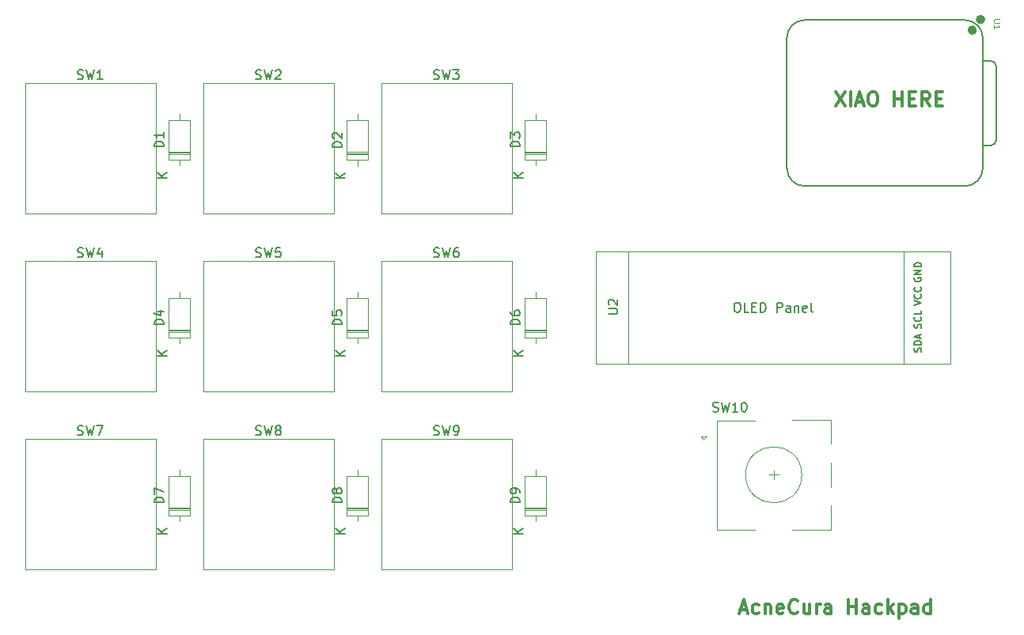
<source format=gbr>
%TF.GenerationSoftware,KiCad,Pcbnew,9.0.2*%
%TF.CreationDate,2025-07-02T20:50:27-04:00*%
%TF.ProjectId,Hackpad,4861636b-7061-4642-9e6b-696361645f70,rev?*%
%TF.SameCoordinates,Original*%
%TF.FileFunction,Legend,Top*%
%TF.FilePolarity,Positive*%
%FSLAX46Y46*%
G04 Gerber Fmt 4.6, Leading zero omitted, Abs format (unit mm)*
G04 Created by KiCad (PCBNEW 9.0.2) date 2025-07-02 20:50:27*
%MOMM*%
%LPD*%
G01*
G04 APERTURE LIST*
%ADD10C,0.300000*%
%ADD11C,0.150000*%
%ADD12C,0.101600*%
%ADD13C,0.040000*%
%ADD14C,0.120000*%
%ADD15C,0.127000*%
%ADD16C,0.100000*%
%ADD17C,0.504000*%
G04 APERTURE END LIST*
D10*
X213111653Y-60600828D02*
X214111653Y-62100828D01*
X214111653Y-60600828D02*
X213111653Y-62100828D01*
X214683081Y-62100828D02*
X214683081Y-60600828D01*
X215325939Y-61672257D02*
X216040225Y-61672257D01*
X215183082Y-62100828D02*
X215683082Y-60600828D01*
X215683082Y-60600828D02*
X216183082Y-62100828D01*
X216968796Y-60600828D02*
X217254510Y-60600828D01*
X217254510Y-60600828D02*
X217397367Y-60672257D01*
X217397367Y-60672257D02*
X217540224Y-60815114D01*
X217540224Y-60815114D02*
X217611653Y-61100828D01*
X217611653Y-61100828D02*
X217611653Y-61600828D01*
X217611653Y-61600828D02*
X217540224Y-61886542D01*
X217540224Y-61886542D02*
X217397367Y-62029400D01*
X217397367Y-62029400D02*
X217254510Y-62100828D01*
X217254510Y-62100828D02*
X216968796Y-62100828D01*
X216968796Y-62100828D02*
X216825939Y-62029400D01*
X216825939Y-62029400D02*
X216683081Y-61886542D01*
X216683081Y-61886542D02*
X216611653Y-61600828D01*
X216611653Y-61600828D02*
X216611653Y-61100828D01*
X216611653Y-61100828D02*
X216683081Y-60815114D01*
X216683081Y-60815114D02*
X216825939Y-60672257D01*
X216825939Y-60672257D02*
X216968796Y-60600828D01*
X219397367Y-62100828D02*
X219397367Y-60600828D01*
X219397367Y-61315114D02*
X220254510Y-61315114D01*
X220254510Y-62100828D02*
X220254510Y-60600828D01*
X220968796Y-61315114D02*
X221468796Y-61315114D01*
X221683082Y-62100828D02*
X220968796Y-62100828D01*
X220968796Y-62100828D02*
X220968796Y-60600828D01*
X220968796Y-60600828D02*
X221683082Y-60600828D01*
X223183082Y-62100828D02*
X222683082Y-61386542D01*
X222325939Y-62100828D02*
X222325939Y-60600828D01*
X222325939Y-60600828D02*
X222897368Y-60600828D01*
X222897368Y-60600828D02*
X223040225Y-60672257D01*
X223040225Y-60672257D02*
X223111654Y-60743685D01*
X223111654Y-60743685D02*
X223183082Y-60886542D01*
X223183082Y-60886542D02*
X223183082Y-61100828D01*
X223183082Y-61100828D02*
X223111654Y-61243685D01*
X223111654Y-61243685D02*
X223040225Y-61315114D01*
X223040225Y-61315114D02*
X222897368Y-61386542D01*
X222897368Y-61386542D02*
X222325939Y-61386542D01*
X223825939Y-61315114D02*
X224325939Y-61315114D01*
X224540225Y-62100828D02*
X223825939Y-62100828D01*
X223825939Y-62100828D02*
X223825939Y-60600828D01*
X223825939Y-60600828D02*
X224540225Y-60600828D01*
X202889332Y-116053507D02*
X203603618Y-116053507D01*
X202746475Y-116482078D02*
X203246475Y-114982078D01*
X203246475Y-114982078D02*
X203746475Y-116482078D01*
X204889332Y-116410650D02*
X204746474Y-116482078D01*
X204746474Y-116482078D02*
X204460760Y-116482078D01*
X204460760Y-116482078D02*
X204317903Y-116410650D01*
X204317903Y-116410650D02*
X204246474Y-116339221D01*
X204246474Y-116339221D02*
X204175046Y-116196364D01*
X204175046Y-116196364D02*
X204175046Y-115767792D01*
X204175046Y-115767792D02*
X204246474Y-115624935D01*
X204246474Y-115624935D02*
X204317903Y-115553507D01*
X204317903Y-115553507D02*
X204460760Y-115482078D01*
X204460760Y-115482078D02*
X204746474Y-115482078D01*
X204746474Y-115482078D02*
X204889332Y-115553507D01*
X205532188Y-115482078D02*
X205532188Y-116482078D01*
X205532188Y-115624935D02*
X205603617Y-115553507D01*
X205603617Y-115553507D02*
X205746474Y-115482078D01*
X205746474Y-115482078D02*
X205960760Y-115482078D01*
X205960760Y-115482078D02*
X206103617Y-115553507D01*
X206103617Y-115553507D02*
X206175046Y-115696364D01*
X206175046Y-115696364D02*
X206175046Y-116482078D01*
X207460760Y-116410650D02*
X207317903Y-116482078D01*
X207317903Y-116482078D02*
X207032189Y-116482078D01*
X207032189Y-116482078D02*
X206889331Y-116410650D01*
X206889331Y-116410650D02*
X206817903Y-116267792D01*
X206817903Y-116267792D02*
X206817903Y-115696364D01*
X206817903Y-115696364D02*
X206889331Y-115553507D01*
X206889331Y-115553507D02*
X207032189Y-115482078D01*
X207032189Y-115482078D02*
X207317903Y-115482078D01*
X207317903Y-115482078D02*
X207460760Y-115553507D01*
X207460760Y-115553507D02*
X207532189Y-115696364D01*
X207532189Y-115696364D02*
X207532189Y-115839221D01*
X207532189Y-115839221D02*
X206817903Y-115982078D01*
X209032188Y-116339221D02*
X208960760Y-116410650D01*
X208960760Y-116410650D02*
X208746474Y-116482078D01*
X208746474Y-116482078D02*
X208603617Y-116482078D01*
X208603617Y-116482078D02*
X208389331Y-116410650D01*
X208389331Y-116410650D02*
X208246474Y-116267792D01*
X208246474Y-116267792D02*
X208175045Y-116124935D01*
X208175045Y-116124935D02*
X208103617Y-115839221D01*
X208103617Y-115839221D02*
X208103617Y-115624935D01*
X208103617Y-115624935D02*
X208175045Y-115339221D01*
X208175045Y-115339221D02*
X208246474Y-115196364D01*
X208246474Y-115196364D02*
X208389331Y-115053507D01*
X208389331Y-115053507D02*
X208603617Y-114982078D01*
X208603617Y-114982078D02*
X208746474Y-114982078D01*
X208746474Y-114982078D02*
X208960760Y-115053507D01*
X208960760Y-115053507D02*
X209032188Y-115124935D01*
X210317903Y-115482078D02*
X210317903Y-116482078D01*
X209675045Y-115482078D02*
X209675045Y-116267792D01*
X209675045Y-116267792D02*
X209746474Y-116410650D01*
X209746474Y-116410650D02*
X209889331Y-116482078D01*
X209889331Y-116482078D02*
X210103617Y-116482078D01*
X210103617Y-116482078D02*
X210246474Y-116410650D01*
X210246474Y-116410650D02*
X210317903Y-116339221D01*
X211032188Y-116482078D02*
X211032188Y-115482078D01*
X211032188Y-115767792D02*
X211103617Y-115624935D01*
X211103617Y-115624935D02*
X211175046Y-115553507D01*
X211175046Y-115553507D02*
X211317903Y-115482078D01*
X211317903Y-115482078D02*
X211460760Y-115482078D01*
X212603617Y-116482078D02*
X212603617Y-115696364D01*
X212603617Y-115696364D02*
X212532188Y-115553507D01*
X212532188Y-115553507D02*
X212389331Y-115482078D01*
X212389331Y-115482078D02*
X212103617Y-115482078D01*
X212103617Y-115482078D02*
X211960759Y-115553507D01*
X212603617Y-116410650D02*
X212460759Y-116482078D01*
X212460759Y-116482078D02*
X212103617Y-116482078D01*
X212103617Y-116482078D02*
X211960759Y-116410650D01*
X211960759Y-116410650D02*
X211889331Y-116267792D01*
X211889331Y-116267792D02*
X211889331Y-116124935D01*
X211889331Y-116124935D02*
X211960759Y-115982078D01*
X211960759Y-115982078D02*
X212103617Y-115910650D01*
X212103617Y-115910650D02*
X212460759Y-115910650D01*
X212460759Y-115910650D02*
X212603617Y-115839221D01*
X214460759Y-116482078D02*
X214460759Y-114982078D01*
X214460759Y-115696364D02*
X215317902Y-115696364D01*
X215317902Y-116482078D02*
X215317902Y-114982078D01*
X216675046Y-116482078D02*
X216675046Y-115696364D01*
X216675046Y-115696364D02*
X216603617Y-115553507D01*
X216603617Y-115553507D02*
X216460760Y-115482078D01*
X216460760Y-115482078D02*
X216175046Y-115482078D01*
X216175046Y-115482078D02*
X216032188Y-115553507D01*
X216675046Y-116410650D02*
X216532188Y-116482078D01*
X216532188Y-116482078D02*
X216175046Y-116482078D01*
X216175046Y-116482078D02*
X216032188Y-116410650D01*
X216032188Y-116410650D02*
X215960760Y-116267792D01*
X215960760Y-116267792D02*
X215960760Y-116124935D01*
X215960760Y-116124935D02*
X216032188Y-115982078D01*
X216032188Y-115982078D02*
X216175046Y-115910650D01*
X216175046Y-115910650D02*
X216532188Y-115910650D01*
X216532188Y-115910650D02*
X216675046Y-115839221D01*
X218032189Y-116410650D02*
X217889331Y-116482078D01*
X217889331Y-116482078D02*
X217603617Y-116482078D01*
X217603617Y-116482078D02*
X217460760Y-116410650D01*
X217460760Y-116410650D02*
X217389331Y-116339221D01*
X217389331Y-116339221D02*
X217317903Y-116196364D01*
X217317903Y-116196364D02*
X217317903Y-115767792D01*
X217317903Y-115767792D02*
X217389331Y-115624935D01*
X217389331Y-115624935D02*
X217460760Y-115553507D01*
X217460760Y-115553507D02*
X217603617Y-115482078D01*
X217603617Y-115482078D02*
X217889331Y-115482078D01*
X217889331Y-115482078D02*
X218032189Y-115553507D01*
X218675045Y-116482078D02*
X218675045Y-114982078D01*
X218817903Y-115910650D02*
X219246474Y-116482078D01*
X219246474Y-115482078D02*
X218675045Y-116053507D01*
X219889331Y-115482078D02*
X219889331Y-116982078D01*
X219889331Y-115553507D02*
X220032189Y-115482078D01*
X220032189Y-115482078D02*
X220317903Y-115482078D01*
X220317903Y-115482078D02*
X220460760Y-115553507D01*
X220460760Y-115553507D02*
X220532189Y-115624935D01*
X220532189Y-115624935D02*
X220603617Y-115767792D01*
X220603617Y-115767792D02*
X220603617Y-116196364D01*
X220603617Y-116196364D02*
X220532189Y-116339221D01*
X220532189Y-116339221D02*
X220460760Y-116410650D01*
X220460760Y-116410650D02*
X220317903Y-116482078D01*
X220317903Y-116482078D02*
X220032189Y-116482078D01*
X220032189Y-116482078D02*
X219889331Y-116410650D01*
X221889332Y-116482078D02*
X221889332Y-115696364D01*
X221889332Y-115696364D02*
X221817903Y-115553507D01*
X221817903Y-115553507D02*
X221675046Y-115482078D01*
X221675046Y-115482078D02*
X221389332Y-115482078D01*
X221389332Y-115482078D02*
X221246474Y-115553507D01*
X221889332Y-116410650D02*
X221746474Y-116482078D01*
X221746474Y-116482078D02*
X221389332Y-116482078D01*
X221389332Y-116482078D02*
X221246474Y-116410650D01*
X221246474Y-116410650D02*
X221175046Y-116267792D01*
X221175046Y-116267792D02*
X221175046Y-116124935D01*
X221175046Y-116124935D02*
X221246474Y-115982078D01*
X221246474Y-115982078D02*
X221389332Y-115910650D01*
X221389332Y-115910650D02*
X221746474Y-115910650D01*
X221746474Y-115910650D02*
X221889332Y-115839221D01*
X223246475Y-116482078D02*
X223246475Y-114982078D01*
X223246475Y-116410650D02*
X223103617Y-116482078D01*
X223103617Y-116482078D02*
X222817903Y-116482078D01*
X222817903Y-116482078D02*
X222675046Y-116410650D01*
X222675046Y-116410650D02*
X222603617Y-116339221D01*
X222603617Y-116339221D02*
X222532189Y-116196364D01*
X222532189Y-116196364D02*
X222532189Y-115767792D01*
X222532189Y-115767792D02*
X222603617Y-115624935D01*
X222603617Y-115624935D02*
X222675046Y-115553507D01*
X222675046Y-115553507D02*
X222817903Y-115482078D01*
X222817903Y-115482078D02*
X223103617Y-115482078D01*
X223103617Y-115482078D02*
X223246475Y-115553507D01*
D11*
X188769819Y-84386904D02*
X189579342Y-84386904D01*
X189579342Y-84386904D02*
X189674580Y-84339285D01*
X189674580Y-84339285D02*
X189722200Y-84291666D01*
X189722200Y-84291666D02*
X189769819Y-84196428D01*
X189769819Y-84196428D02*
X189769819Y-84005952D01*
X189769819Y-84005952D02*
X189722200Y-83910714D01*
X189722200Y-83910714D02*
X189674580Y-83863095D01*
X189674580Y-83863095D02*
X189579342Y-83815476D01*
X189579342Y-83815476D02*
X188769819Y-83815476D01*
X188865057Y-83386904D02*
X188817438Y-83339285D01*
X188817438Y-83339285D02*
X188769819Y-83244047D01*
X188769819Y-83244047D02*
X188769819Y-83005952D01*
X188769819Y-83005952D02*
X188817438Y-82910714D01*
X188817438Y-82910714D02*
X188865057Y-82863095D01*
X188865057Y-82863095D02*
X188960295Y-82815476D01*
X188960295Y-82815476D02*
X189055533Y-82815476D01*
X189055533Y-82815476D02*
X189198390Y-82863095D01*
X189198390Y-82863095D02*
X189769819Y-83434523D01*
X189769819Y-83434523D02*
X189769819Y-82815476D01*
X222218450Y-85877856D02*
X222254164Y-85770714D01*
X222254164Y-85770714D02*
X222254164Y-85592142D01*
X222254164Y-85592142D02*
X222218450Y-85520714D01*
X222218450Y-85520714D02*
X222182735Y-85484999D01*
X222182735Y-85484999D02*
X222111307Y-85449285D01*
X222111307Y-85449285D02*
X222039878Y-85449285D01*
X222039878Y-85449285D02*
X221968450Y-85484999D01*
X221968450Y-85484999D02*
X221932735Y-85520714D01*
X221932735Y-85520714D02*
X221897021Y-85592142D01*
X221897021Y-85592142D02*
X221861307Y-85734999D01*
X221861307Y-85734999D02*
X221825592Y-85806428D01*
X221825592Y-85806428D02*
X221789878Y-85842142D01*
X221789878Y-85842142D02*
X221718450Y-85877856D01*
X221718450Y-85877856D02*
X221647021Y-85877856D01*
X221647021Y-85877856D02*
X221575592Y-85842142D01*
X221575592Y-85842142D02*
X221539878Y-85806428D01*
X221539878Y-85806428D02*
X221504164Y-85734999D01*
X221504164Y-85734999D02*
X221504164Y-85556428D01*
X221504164Y-85556428D02*
X221539878Y-85449285D01*
X222182735Y-84699285D02*
X222218450Y-84734999D01*
X222218450Y-84734999D02*
X222254164Y-84842142D01*
X222254164Y-84842142D02*
X222254164Y-84913570D01*
X222254164Y-84913570D02*
X222218450Y-85020713D01*
X222218450Y-85020713D02*
X222147021Y-85092142D01*
X222147021Y-85092142D02*
X222075592Y-85127856D01*
X222075592Y-85127856D02*
X221932735Y-85163570D01*
X221932735Y-85163570D02*
X221825592Y-85163570D01*
X221825592Y-85163570D02*
X221682735Y-85127856D01*
X221682735Y-85127856D02*
X221611307Y-85092142D01*
X221611307Y-85092142D02*
X221539878Y-85020713D01*
X221539878Y-85020713D02*
X221504164Y-84913570D01*
X221504164Y-84913570D02*
X221504164Y-84842142D01*
X221504164Y-84842142D02*
X221539878Y-84734999D01*
X221539878Y-84734999D02*
X221575592Y-84699285D01*
X222254164Y-84020713D02*
X222254164Y-84377856D01*
X222254164Y-84377856D02*
X221504164Y-84377856D01*
X202486428Y-83169819D02*
X202676904Y-83169819D01*
X202676904Y-83169819D02*
X202772142Y-83217438D01*
X202772142Y-83217438D02*
X202867380Y-83312676D01*
X202867380Y-83312676D02*
X202914999Y-83503152D01*
X202914999Y-83503152D02*
X202914999Y-83836485D01*
X202914999Y-83836485D02*
X202867380Y-84026961D01*
X202867380Y-84026961D02*
X202772142Y-84122200D01*
X202772142Y-84122200D02*
X202676904Y-84169819D01*
X202676904Y-84169819D02*
X202486428Y-84169819D01*
X202486428Y-84169819D02*
X202391190Y-84122200D01*
X202391190Y-84122200D02*
X202295952Y-84026961D01*
X202295952Y-84026961D02*
X202248333Y-83836485D01*
X202248333Y-83836485D02*
X202248333Y-83503152D01*
X202248333Y-83503152D02*
X202295952Y-83312676D01*
X202295952Y-83312676D02*
X202391190Y-83217438D01*
X202391190Y-83217438D02*
X202486428Y-83169819D01*
X203819761Y-84169819D02*
X203343571Y-84169819D01*
X203343571Y-84169819D02*
X203343571Y-83169819D01*
X204153095Y-83646009D02*
X204486428Y-83646009D01*
X204629285Y-84169819D02*
X204153095Y-84169819D01*
X204153095Y-84169819D02*
X204153095Y-83169819D01*
X204153095Y-83169819D02*
X204629285Y-83169819D01*
X205057857Y-84169819D02*
X205057857Y-83169819D01*
X205057857Y-83169819D02*
X205295952Y-83169819D01*
X205295952Y-83169819D02*
X205438809Y-83217438D01*
X205438809Y-83217438D02*
X205534047Y-83312676D01*
X205534047Y-83312676D02*
X205581666Y-83407914D01*
X205581666Y-83407914D02*
X205629285Y-83598390D01*
X205629285Y-83598390D02*
X205629285Y-83741247D01*
X205629285Y-83741247D02*
X205581666Y-83931723D01*
X205581666Y-83931723D02*
X205534047Y-84026961D01*
X205534047Y-84026961D02*
X205438809Y-84122200D01*
X205438809Y-84122200D02*
X205295952Y-84169819D01*
X205295952Y-84169819D02*
X205057857Y-84169819D01*
X206819762Y-84169819D02*
X206819762Y-83169819D01*
X206819762Y-83169819D02*
X207200714Y-83169819D01*
X207200714Y-83169819D02*
X207295952Y-83217438D01*
X207295952Y-83217438D02*
X207343571Y-83265057D01*
X207343571Y-83265057D02*
X207391190Y-83360295D01*
X207391190Y-83360295D02*
X207391190Y-83503152D01*
X207391190Y-83503152D02*
X207343571Y-83598390D01*
X207343571Y-83598390D02*
X207295952Y-83646009D01*
X207295952Y-83646009D02*
X207200714Y-83693628D01*
X207200714Y-83693628D02*
X206819762Y-83693628D01*
X208248333Y-84169819D02*
X208248333Y-83646009D01*
X208248333Y-83646009D02*
X208200714Y-83550771D01*
X208200714Y-83550771D02*
X208105476Y-83503152D01*
X208105476Y-83503152D02*
X207915000Y-83503152D01*
X207915000Y-83503152D02*
X207819762Y-83550771D01*
X208248333Y-84122200D02*
X208153095Y-84169819D01*
X208153095Y-84169819D02*
X207915000Y-84169819D01*
X207915000Y-84169819D02*
X207819762Y-84122200D01*
X207819762Y-84122200D02*
X207772143Y-84026961D01*
X207772143Y-84026961D02*
X207772143Y-83931723D01*
X207772143Y-83931723D02*
X207819762Y-83836485D01*
X207819762Y-83836485D02*
X207915000Y-83788866D01*
X207915000Y-83788866D02*
X208153095Y-83788866D01*
X208153095Y-83788866D02*
X208248333Y-83741247D01*
X208724524Y-83503152D02*
X208724524Y-84169819D01*
X208724524Y-83598390D02*
X208772143Y-83550771D01*
X208772143Y-83550771D02*
X208867381Y-83503152D01*
X208867381Y-83503152D02*
X209010238Y-83503152D01*
X209010238Y-83503152D02*
X209105476Y-83550771D01*
X209105476Y-83550771D02*
X209153095Y-83646009D01*
X209153095Y-83646009D02*
X209153095Y-84169819D01*
X210010238Y-84122200D02*
X209915000Y-84169819D01*
X209915000Y-84169819D02*
X209724524Y-84169819D01*
X209724524Y-84169819D02*
X209629286Y-84122200D01*
X209629286Y-84122200D02*
X209581667Y-84026961D01*
X209581667Y-84026961D02*
X209581667Y-83646009D01*
X209581667Y-83646009D02*
X209629286Y-83550771D01*
X209629286Y-83550771D02*
X209724524Y-83503152D01*
X209724524Y-83503152D02*
X209915000Y-83503152D01*
X209915000Y-83503152D02*
X210010238Y-83550771D01*
X210010238Y-83550771D02*
X210057857Y-83646009D01*
X210057857Y-83646009D02*
X210057857Y-83741247D01*
X210057857Y-83741247D02*
X209581667Y-83836485D01*
X210629286Y-84169819D02*
X210534048Y-84122200D01*
X210534048Y-84122200D02*
X210486429Y-84026961D01*
X210486429Y-84026961D02*
X210486429Y-83169819D01*
X222218450Y-88435713D02*
X222254164Y-88328571D01*
X222254164Y-88328571D02*
X222254164Y-88149999D01*
X222254164Y-88149999D02*
X222218450Y-88078571D01*
X222218450Y-88078571D02*
X222182735Y-88042856D01*
X222182735Y-88042856D02*
X222111307Y-88007142D01*
X222111307Y-88007142D02*
X222039878Y-88007142D01*
X222039878Y-88007142D02*
X221968450Y-88042856D01*
X221968450Y-88042856D02*
X221932735Y-88078571D01*
X221932735Y-88078571D02*
X221897021Y-88149999D01*
X221897021Y-88149999D02*
X221861307Y-88292856D01*
X221861307Y-88292856D02*
X221825592Y-88364285D01*
X221825592Y-88364285D02*
X221789878Y-88399999D01*
X221789878Y-88399999D02*
X221718450Y-88435713D01*
X221718450Y-88435713D02*
X221647021Y-88435713D01*
X221647021Y-88435713D02*
X221575592Y-88399999D01*
X221575592Y-88399999D02*
X221539878Y-88364285D01*
X221539878Y-88364285D02*
X221504164Y-88292856D01*
X221504164Y-88292856D02*
X221504164Y-88114285D01*
X221504164Y-88114285D02*
X221539878Y-88007142D01*
X222254164Y-87685713D02*
X221504164Y-87685713D01*
X221504164Y-87685713D02*
X221504164Y-87507142D01*
X221504164Y-87507142D02*
X221539878Y-87399999D01*
X221539878Y-87399999D02*
X221611307Y-87328570D01*
X221611307Y-87328570D02*
X221682735Y-87292856D01*
X221682735Y-87292856D02*
X221825592Y-87257142D01*
X221825592Y-87257142D02*
X221932735Y-87257142D01*
X221932735Y-87257142D02*
X222075592Y-87292856D01*
X222075592Y-87292856D02*
X222147021Y-87328570D01*
X222147021Y-87328570D02*
X222218450Y-87399999D01*
X222218450Y-87399999D02*
X222254164Y-87507142D01*
X222254164Y-87507142D02*
X222254164Y-87685713D01*
X222039878Y-86971427D02*
X222039878Y-86614285D01*
X222254164Y-87042856D02*
X221504164Y-86792856D01*
X221504164Y-86792856D02*
X222254164Y-86542856D01*
X221504164Y-83444999D02*
X222254164Y-83194999D01*
X222254164Y-83194999D02*
X221504164Y-82944999D01*
X222182735Y-82266428D02*
X222218450Y-82302142D01*
X222218450Y-82302142D02*
X222254164Y-82409285D01*
X222254164Y-82409285D02*
X222254164Y-82480713D01*
X222254164Y-82480713D02*
X222218450Y-82587856D01*
X222218450Y-82587856D02*
X222147021Y-82659285D01*
X222147021Y-82659285D02*
X222075592Y-82694999D01*
X222075592Y-82694999D02*
X221932735Y-82730713D01*
X221932735Y-82730713D02*
X221825592Y-82730713D01*
X221825592Y-82730713D02*
X221682735Y-82694999D01*
X221682735Y-82694999D02*
X221611307Y-82659285D01*
X221611307Y-82659285D02*
X221539878Y-82587856D01*
X221539878Y-82587856D02*
X221504164Y-82480713D01*
X221504164Y-82480713D02*
X221504164Y-82409285D01*
X221504164Y-82409285D02*
X221539878Y-82302142D01*
X221539878Y-82302142D02*
X221575592Y-82266428D01*
X222182735Y-81516428D02*
X222218450Y-81552142D01*
X222218450Y-81552142D02*
X222254164Y-81659285D01*
X222254164Y-81659285D02*
X222254164Y-81730713D01*
X222254164Y-81730713D02*
X222218450Y-81837856D01*
X222218450Y-81837856D02*
X222147021Y-81909285D01*
X222147021Y-81909285D02*
X222075592Y-81944999D01*
X222075592Y-81944999D02*
X221932735Y-81980713D01*
X221932735Y-81980713D02*
X221825592Y-81980713D01*
X221825592Y-81980713D02*
X221682735Y-81944999D01*
X221682735Y-81944999D02*
X221611307Y-81909285D01*
X221611307Y-81909285D02*
X221539878Y-81837856D01*
X221539878Y-81837856D02*
X221504164Y-81730713D01*
X221504164Y-81730713D02*
X221504164Y-81659285D01*
X221504164Y-81659285D02*
X221539878Y-81552142D01*
X221539878Y-81552142D02*
X221575592Y-81516428D01*
X221539878Y-80476428D02*
X221504164Y-80547857D01*
X221504164Y-80547857D02*
X221504164Y-80654999D01*
X221504164Y-80654999D02*
X221539878Y-80762142D01*
X221539878Y-80762142D02*
X221611307Y-80833571D01*
X221611307Y-80833571D02*
X221682735Y-80869285D01*
X221682735Y-80869285D02*
X221825592Y-80904999D01*
X221825592Y-80904999D02*
X221932735Y-80904999D01*
X221932735Y-80904999D02*
X222075592Y-80869285D01*
X222075592Y-80869285D02*
X222147021Y-80833571D01*
X222147021Y-80833571D02*
X222218450Y-80762142D01*
X222218450Y-80762142D02*
X222254164Y-80654999D01*
X222254164Y-80654999D02*
X222254164Y-80583571D01*
X222254164Y-80583571D02*
X222218450Y-80476428D01*
X222218450Y-80476428D02*
X222182735Y-80440714D01*
X222182735Y-80440714D02*
X221932735Y-80440714D01*
X221932735Y-80440714D02*
X221932735Y-80583571D01*
X222254164Y-80119285D02*
X221504164Y-80119285D01*
X221504164Y-80119285D02*
X222254164Y-79690714D01*
X222254164Y-79690714D02*
X221504164Y-79690714D01*
X222254164Y-79333571D02*
X221504164Y-79333571D01*
X221504164Y-79333571D02*
X221504164Y-79155000D01*
X221504164Y-79155000D02*
X221539878Y-79047857D01*
X221539878Y-79047857D02*
X221611307Y-78976428D01*
X221611307Y-78976428D02*
X221682735Y-78940714D01*
X221682735Y-78940714D02*
X221825592Y-78905000D01*
X221825592Y-78905000D02*
X221932735Y-78905000D01*
X221932735Y-78905000D02*
X222075592Y-78940714D01*
X222075592Y-78940714D02*
X222147021Y-78976428D01*
X222147021Y-78976428D02*
X222218450Y-79047857D01*
X222218450Y-79047857D02*
X222254164Y-79155000D01*
X222254164Y-79155000D02*
X222254164Y-79333571D01*
X132016667Y-97308200D02*
X132159524Y-97355819D01*
X132159524Y-97355819D02*
X132397619Y-97355819D01*
X132397619Y-97355819D02*
X132492857Y-97308200D01*
X132492857Y-97308200D02*
X132540476Y-97260580D01*
X132540476Y-97260580D02*
X132588095Y-97165342D01*
X132588095Y-97165342D02*
X132588095Y-97070104D01*
X132588095Y-97070104D02*
X132540476Y-96974866D01*
X132540476Y-96974866D02*
X132492857Y-96927247D01*
X132492857Y-96927247D02*
X132397619Y-96879628D01*
X132397619Y-96879628D02*
X132207143Y-96832009D01*
X132207143Y-96832009D02*
X132111905Y-96784390D01*
X132111905Y-96784390D02*
X132064286Y-96736771D01*
X132064286Y-96736771D02*
X132016667Y-96641533D01*
X132016667Y-96641533D02*
X132016667Y-96546295D01*
X132016667Y-96546295D02*
X132064286Y-96451057D01*
X132064286Y-96451057D02*
X132111905Y-96403438D01*
X132111905Y-96403438D02*
X132207143Y-96355819D01*
X132207143Y-96355819D02*
X132445238Y-96355819D01*
X132445238Y-96355819D02*
X132588095Y-96403438D01*
X132921429Y-96355819D02*
X133159524Y-97355819D01*
X133159524Y-97355819D02*
X133350000Y-96641533D01*
X133350000Y-96641533D02*
X133540476Y-97355819D01*
X133540476Y-97355819D02*
X133778572Y-96355819D01*
X134064286Y-96355819D02*
X134730952Y-96355819D01*
X134730952Y-96355819D02*
X134302381Y-97355819D01*
X151066667Y-78258200D02*
X151209524Y-78305819D01*
X151209524Y-78305819D02*
X151447619Y-78305819D01*
X151447619Y-78305819D02*
X151542857Y-78258200D01*
X151542857Y-78258200D02*
X151590476Y-78210580D01*
X151590476Y-78210580D02*
X151638095Y-78115342D01*
X151638095Y-78115342D02*
X151638095Y-78020104D01*
X151638095Y-78020104D02*
X151590476Y-77924866D01*
X151590476Y-77924866D02*
X151542857Y-77877247D01*
X151542857Y-77877247D02*
X151447619Y-77829628D01*
X151447619Y-77829628D02*
X151257143Y-77782009D01*
X151257143Y-77782009D02*
X151161905Y-77734390D01*
X151161905Y-77734390D02*
X151114286Y-77686771D01*
X151114286Y-77686771D02*
X151066667Y-77591533D01*
X151066667Y-77591533D02*
X151066667Y-77496295D01*
X151066667Y-77496295D02*
X151114286Y-77401057D01*
X151114286Y-77401057D02*
X151161905Y-77353438D01*
X151161905Y-77353438D02*
X151257143Y-77305819D01*
X151257143Y-77305819D02*
X151495238Y-77305819D01*
X151495238Y-77305819D02*
X151638095Y-77353438D01*
X151971429Y-77305819D02*
X152209524Y-78305819D01*
X152209524Y-78305819D02*
X152400000Y-77591533D01*
X152400000Y-77591533D02*
X152590476Y-78305819D01*
X152590476Y-78305819D02*
X152828572Y-77305819D01*
X153685714Y-77305819D02*
X153209524Y-77305819D01*
X153209524Y-77305819D02*
X153161905Y-77782009D01*
X153161905Y-77782009D02*
X153209524Y-77734390D01*
X153209524Y-77734390D02*
X153304762Y-77686771D01*
X153304762Y-77686771D02*
X153542857Y-77686771D01*
X153542857Y-77686771D02*
X153638095Y-77734390D01*
X153638095Y-77734390D02*
X153685714Y-77782009D01*
X153685714Y-77782009D02*
X153733333Y-77877247D01*
X153733333Y-77877247D02*
X153733333Y-78115342D01*
X153733333Y-78115342D02*
X153685714Y-78210580D01*
X153685714Y-78210580D02*
X153638095Y-78258200D01*
X153638095Y-78258200D02*
X153542857Y-78305819D01*
X153542857Y-78305819D02*
X153304762Y-78305819D01*
X153304762Y-78305819D02*
X153209524Y-78258200D01*
X153209524Y-78258200D02*
X153161905Y-78210580D01*
X179309819Y-104560594D02*
X178309819Y-104560594D01*
X178309819Y-104560594D02*
X178309819Y-104322499D01*
X178309819Y-104322499D02*
X178357438Y-104179642D01*
X178357438Y-104179642D02*
X178452676Y-104084404D01*
X178452676Y-104084404D02*
X178547914Y-104036785D01*
X178547914Y-104036785D02*
X178738390Y-103989166D01*
X178738390Y-103989166D02*
X178881247Y-103989166D01*
X178881247Y-103989166D02*
X179071723Y-104036785D01*
X179071723Y-104036785D02*
X179166961Y-104084404D01*
X179166961Y-104084404D02*
X179262200Y-104179642D01*
X179262200Y-104179642D02*
X179309819Y-104322499D01*
X179309819Y-104322499D02*
X179309819Y-104560594D01*
X179309819Y-103512975D02*
X179309819Y-103322499D01*
X179309819Y-103322499D02*
X179262200Y-103227261D01*
X179262200Y-103227261D02*
X179214580Y-103179642D01*
X179214580Y-103179642D02*
X179071723Y-103084404D01*
X179071723Y-103084404D02*
X178881247Y-103036785D01*
X178881247Y-103036785D02*
X178500295Y-103036785D01*
X178500295Y-103036785D02*
X178405057Y-103084404D01*
X178405057Y-103084404D02*
X178357438Y-103132023D01*
X178357438Y-103132023D02*
X178309819Y-103227261D01*
X178309819Y-103227261D02*
X178309819Y-103417737D01*
X178309819Y-103417737D02*
X178357438Y-103512975D01*
X178357438Y-103512975D02*
X178405057Y-103560594D01*
X178405057Y-103560594D02*
X178500295Y-103608213D01*
X178500295Y-103608213D02*
X178738390Y-103608213D01*
X178738390Y-103608213D02*
X178833628Y-103560594D01*
X178833628Y-103560594D02*
X178881247Y-103512975D01*
X178881247Y-103512975D02*
X178928866Y-103417737D01*
X178928866Y-103417737D02*
X178928866Y-103227261D01*
X178928866Y-103227261D02*
X178881247Y-103132023D01*
X178881247Y-103132023D02*
X178833628Y-103084404D01*
X178833628Y-103084404D02*
X178738390Y-103036785D01*
X179629819Y-107894404D02*
X178629819Y-107894404D01*
X179629819Y-107322976D02*
X179058390Y-107751547D01*
X178629819Y-107322976D02*
X179201247Y-107894404D01*
X160259819Y-104560594D02*
X159259819Y-104560594D01*
X159259819Y-104560594D02*
X159259819Y-104322499D01*
X159259819Y-104322499D02*
X159307438Y-104179642D01*
X159307438Y-104179642D02*
X159402676Y-104084404D01*
X159402676Y-104084404D02*
X159497914Y-104036785D01*
X159497914Y-104036785D02*
X159688390Y-103989166D01*
X159688390Y-103989166D02*
X159831247Y-103989166D01*
X159831247Y-103989166D02*
X160021723Y-104036785D01*
X160021723Y-104036785D02*
X160116961Y-104084404D01*
X160116961Y-104084404D02*
X160212200Y-104179642D01*
X160212200Y-104179642D02*
X160259819Y-104322499D01*
X160259819Y-104322499D02*
X160259819Y-104560594D01*
X159688390Y-103417737D02*
X159640771Y-103512975D01*
X159640771Y-103512975D02*
X159593152Y-103560594D01*
X159593152Y-103560594D02*
X159497914Y-103608213D01*
X159497914Y-103608213D02*
X159450295Y-103608213D01*
X159450295Y-103608213D02*
X159355057Y-103560594D01*
X159355057Y-103560594D02*
X159307438Y-103512975D01*
X159307438Y-103512975D02*
X159259819Y-103417737D01*
X159259819Y-103417737D02*
X159259819Y-103227261D01*
X159259819Y-103227261D02*
X159307438Y-103132023D01*
X159307438Y-103132023D02*
X159355057Y-103084404D01*
X159355057Y-103084404D02*
X159450295Y-103036785D01*
X159450295Y-103036785D02*
X159497914Y-103036785D01*
X159497914Y-103036785D02*
X159593152Y-103084404D01*
X159593152Y-103084404D02*
X159640771Y-103132023D01*
X159640771Y-103132023D02*
X159688390Y-103227261D01*
X159688390Y-103227261D02*
X159688390Y-103417737D01*
X159688390Y-103417737D02*
X159736009Y-103512975D01*
X159736009Y-103512975D02*
X159783628Y-103560594D01*
X159783628Y-103560594D02*
X159878866Y-103608213D01*
X159878866Y-103608213D02*
X160069342Y-103608213D01*
X160069342Y-103608213D02*
X160164580Y-103560594D01*
X160164580Y-103560594D02*
X160212200Y-103512975D01*
X160212200Y-103512975D02*
X160259819Y-103417737D01*
X160259819Y-103417737D02*
X160259819Y-103227261D01*
X160259819Y-103227261D02*
X160212200Y-103132023D01*
X160212200Y-103132023D02*
X160164580Y-103084404D01*
X160164580Y-103084404D02*
X160069342Y-103036785D01*
X160069342Y-103036785D02*
X159878866Y-103036785D01*
X159878866Y-103036785D02*
X159783628Y-103084404D01*
X159783628Y-103084404D02*
X159736009Y-103132023D01*
X159736009Y-103132023D02*
X159688390Y-103227261D01*
X160579819Y-107894404D02*
X159579819Y-107894404D01*
X160579819Y-107322976D02*
X160008390Y-107751547D01*
X159579819Y-107322976D02*
X160151247Y-107894404D01*
X179309819Y-85510594D02*
X178309819Y-85510594D01*
X178309819Y-85510594D02*
X178309819Y-85272499D01*
X178309819Y-85272499D02*
X178357438Y-85129642D01*
X178357438Y-85129642D02*
X178452676Y-85034404D01*
X178452676Y-85034404D02*
X178547914Y-84986785D01*
X178547914Y-84986785D02*
X178738390Y-84939166D01*
X178738390Y-84939166D02*
X178881247Y-84939166D01*
X178881247Y-84939166D02*
X179071723Y-84986785D01*
X179071723Y-84986785D02*
X179166961Y-85034404D01*
X179166961Y-85034404D02*
X179262200Y-85129642D01*
X179262200Y-85129642D02*
X179309819Y-85272499D01*
X179309819Y-85272499D02*
X179309819Y-85510594D01*
X178309819Y-84082023D02*
X178309819Y-84272499D01*
X178309819Y-84272499D02*
X178357438Y-84367737D01*
X178357438Y-84367737D02*
X178405057Y-84415356D01*
X178405057Y-84415356D02*
X178547914Y-84510594D01*
X178547914Y-84510594D02*
X178738390Y-84558213D01*
X178738390Y-84558213D02*
X179119342Y-84558213D01*
X179119342Y-84558213D02*
X179214580Y-84510594D01*
X179214580Y-84510594D02*
X179262200Y-84462975D01*
X179262200Y-84462975D02*
X179309819Y-84367737D01*
X179309819Y-84367737D02*
X179309819Y-84177261D01*
X179309819Y-84177261D02*
X179262200Y-84082023D01*
X179262200Y-84082023D02*
X179214580Y-84034404D01*
X179214580Y-84034404D02*
X179119342Y-83986785D01*
X179119342Y-83986785D02*
X178881247Y-83986785D01*
X178881247Y-83986785D02*
X178786009Y-84034404D01*
X178786009Y-84034404D02*
X178738390Y-84082023D01*
X178738390Y-84082023D02*
X178690771Y-84177261D01*
X178690771Y-84177261D02*
X178690771Y-84367737D01*
X178690771Y-84367737D02*
X178738390Y-84462975D01*
X178738390Y-84462975D02*
X178786009Y-84510594D01*
X178786009Y-84510594D02*
X178881247Y-84558213D01*
X179629819Y-88844404D02*
X178629819Y-88844404D01*
X179629819Y-88272976D02*
X179058390Y-88701547D01*
X178629819Y-88272976D02*
X179201247Y-88844404D01*
X132016667Y-59208200D02*
X132159524Y-59255819D01*
X132159524Y-59255819D02*
X132397619Y-59255819D01*
X132397619Y-59255819D02*
X132492857Y-59208200D01*
X132492857Y-59208200D02*
X132540476Y-59160580D01*
X132540476Y-59160580D02*
X132588095Y-59065342D01*
X132588095Y-59065342D02*
X132588095Y-58970104D01*
X132588095Y-58970104D02*
X132540476Y-58874866D01*
X132540476Y-58874866D02*
X132492857Y-58827247D01*
X132492857Y-58827247D02*
X132397619Y-58779628D01*
X132397619Y-58779628D02*
X132207143Y-58732009D01*
X132207143Y-58732009D02*
X132111905Y-58684390D01*
X132111905Y-58684390D02*
X132064286Y-58636771D01*
X132064286Y-58636771D02*
X132016667Y-58541533D01*
X132016667Y-58541533D02*
X132016667Y-58446295D01*
X132016667Y-58446295D02*
X132064286Y-58351057D01*
X132064286Y-58351057D02*
X132111905Y-58303438D01*
X132111905Y-58303438D02*
X132207143Y-58255819D01*
X132207143Y-58255819D02*
X132445238Y-58255819D01*
X132445238Y-58255819D02*
X132588095Y-58303438D01*
X132921429Y-58255819D02*
X133159524Y-59255819D01*
X133159524Y-59255819D02*
X133350000Y-58541533D01*
X133350000Y-58541533D02*
X133540476Y-59255819D01*
X133540476Y-59255819D02*
X133778572Y-58255819D01*
X134683333Y-59255819D02*
X134111905Y-59255819D01*
X134397619Y-59255819D02*
X134397619Y-58255819D01*
X134397619Y-58255819D02*
X134302381Y-58398676D01*
X134302381Y-58398676D02*
X134207143Y-58493914D01*
X134207143Y-58493914D02*
X134111905Y-58541533D01*
X170116667Y-78258200D02*
X170259524Y-78305819D01*
X170259524Y-78305819D02*
X170497619Y-78305819D01*
X170497619Y-78305819D02*
X170592857Y-78258200D01*
X170592857Y-78258200D02*
X170640476Y-78210580D01*
X170640476Y-78210580D02*
X170688095Y-78115342D01*
X170688095Y-78115342D02*
X170688095Y-78020104D01*
X170688095Y-78020104D02*
X170640476Y-77924866D01*
X170640476Y-77924866D02*
X170592857Y-77877247D01*
X170592857Y-77877247D02*
X170497619Y-77829628D01*
X170497619Y-77829628D02*
X170307143Y-77782009D01*
X170307143Y-77782009D02*
X170211905Y-77734390D01*
X170211905Y-77734390D02*
X170164286Y-77686771D01*
X170164286Y-77686771D02*
X170116667Y-77591533D01*
X170116667Y-77591533D02*
X170116667Y-77496295D01*
X170116667Y-77496295D02*
X170164286Y-77401057D01*
X170164286Y-77401057D02*
X170211905Y-77353438D01*
X170211905Y-77353438D02*
X170307143Y-77305819D01*
X170307143Y-77305819D02*
X170545238Y-77305819D01*
X170545238Y-77305819D02*
X170688095Y-77353438D01*
X171021429Y-77305819D02*
X171259524Y-78305819D01*
X171259524Y-78305819D02*
X171450000Y-77591533D01*
X171450000Y-77591533D02*
X171640476Y-78305819D01*
X171640476Y-78305819D02*
X171878572Y-77305819D01*
X172688095Y-77305819D02*
X172497619Y-77305819D01*
X172497619Y-77305819D02*
X172402381Y-77353438D01*
X172402381Y-77353438D02*
X172354762Y-77401057D01*
X172354762Y-77401057D02*
X172259524Y-77543914D01*
X172259524Y-77543914D02*
X172211905Y-77734390D01*
X172211905Y-77734390D02*
X172211905Y-78115342D01*
X172211905Y-78115342D02*
X172259524Y-78210580D01*
X172259524Y-78210580D02*
X172307143Y-78258200D01*
X172307143Y-78258200D02*
X172402381Y-78305819D01*
X172402381Y-78305819D02*
X172592857Y-78305819D01*
X172592857Y-78305819D02*
X172688095Y-78258200D01*
X172688095Y-78258200D02*
X172735714Y-78210580D01*
X172735714Y-78210580D02*
X172783333Y-78115342D01*
X172783333Y-78115342D02*
X172783333Y-77877247D01*
X172783333Y-77877247D02*
X172735714Y-77782009D01*
X172735714Y-77782009D02*
X172688095Y-77734390D01*
X172688095Y-77734390D02*
X172592857Y-77686771D01*
X172592857Y-77686771D02*
X172402381Y-77686771D01*
X172402381Y-77686771D02*
X172307143Y-77734390D01*
X172307143Y-77734390D02*
X172259524Y-77782009D01*
X172259524Y-77782009D02*
X172211905Y-77877247D01*
X151066667Y-59208200D02*
X151209524Y-59255819D01*
X151209524Y-59255819D02*
X151447619Y-59255819D01*
X151447619Y-59255819D02*
X151542857Y-59208200D01*
X151542857Y-59208200D02*
X151590476Y-59160580D01*
X151590476Y-59160580D02*
X151638095Y-59065342D01*
X151638095Y-59065342D02*
X151638095Y-58970104D01*
X151638095Y-58970104D02*
X151590476Y-58874866D01*
X151590476Y-58874866D02*
X151542857Y-58827247D01*
X151542857Y-58827247D02*
X151447619Y-58779628D01*
X151447619Y-58779628D02*
X151257143Y-58732009D01*
X151257143Y-58732009D02*
X151161905Y-58684390D01*
X151161905Y-58684390D02*
X151114286Y-58636771D01*
X151114286Y-58636771D02*
X151066667Y-58541533D01*
X151066667Y-58541533D02*
X151066667Y-58446295D01*
X151066667Y-58446295D02*
X151114286Y-58351057D01*
X151114286Y-58351057D02*
X151161905Y-58303438D01*
X151161905Y-58303438D02*
X151257143Y-58255819D01*
X151257143Y-58255819D02*
X151495238Y-58255819D01*
X151495238Y-58255819D02*
X151638095Y-58303438D01*
X151971429Y-58255819D02*
X152209524Y-59255819D01*
X152209524Y-59255819D02*
X152400000Y-58541533D01*
X152400000Y-58541533D02*
X152590476Y-59255819D01*
X152590476Y-59255819D02*
X152828572Y-58255819D01*
X153161905Y-58351057D02*
X153209524Y-58303438D01*
X153209524Y-58303438D02*
X153304762Y-58255819D01*
X153304762Y-58255819D02*
X153542857Y-58255819D01*
X153542857Y-58255819D02*
X153638095Y-58303438D01*
X153638095Y-58303438D02*
X153685714Y-58351057D01*
X153685714Y-58351057D02*
X153733333Y-58446295D01*
X153733333Y-58446295D02*
X153733333Y-58541533D01*
X153733333Y-58541533D02*
X153685714Y-58684390D01*
X153685714Y-58684390D02*
X153114286Y-59255819D01*
X153114286Y-59255819D02*
X153733333Y-59255819D01*
D12*
X230646520Y-52816190D02*
X230132473Y-52816190D01*
X230132473Y-52816190D02*
X230071997Y-52846428D01*
X230071997Y-52846428D02*
X230041759Y-52876666D01*
X230041759Y-52876666D02*
X230011520Y-52937142D01*
X230011520Y-52937142D02*
X230011520Y-53058095D01*
X230011520Y-53058095D02*
X230041759Y-53118571D01*
X230041759Y-53118571D02*
X230071997Y-53148809D01*
X230071997Y-53148809D02*
X230132473Y-53179047D01*
X230132473Y-53179047D02*
X230646520Y-53179047D01*
X230011520Y-53814047D02*
X230011520Y-53451190D01*
X230011520Y-53632618D02*
X230646520Y-53632618D01*
X230646520Y-53632618D02*
X230555806Y-53572142D01*
X230555806Y-53572142D02*
X230495330Y-53511666D01*
X230495330Y-53511666D02*
X230465092Y-53451190D01*
D11*
X160259819Y-85510594D02*
X159259819Y-85510594D01*
X159259819Y-85510594D02*
X159259819Y-85272499D01*
X159259819Y-85272499D02*
X159307438Y-85129642D01*
X159307438Y-85129642D02*
X159402676Y-85034404D01*
X159402676Y-85034404D02*
X159497914Y-84986785D01*
X159497914Y-84986785D02*
X159688390Y-84939166D01*
X159688390Y-84939166D02*
X159831247Y-84939166D01*
X159831247Y-84939166D02*
X160021723Y-84986785D01*
X160021723Y-84986785D02*
X160116961Y-85034404D01*
X160116961Y-85034404D02*
X160212200Y-85129642D01*
X160212200Y-85129642D02*
X160259819Y-85272499D01*
X160259819Y-85272499D02*
X160259819Y-85510594D01*
X159259819Y-84034404D02*
X159259819Y-84510594D01*
X159259819Y-84510594D02*
X159736009Y-84558213D01*
X159736009Y-84558213D02*
X159688390Y-84510594D01*
X159688390Y-84510594D02*
X159640771Y-84415356D01*
X159640771Y-84415356D02*
X159640771Y-84177261D01*
X159640771Y-84177261D02*
X159688390Y-84082023D01*
X159688390Y-84082023D02*
X159736009Y-84034404D01*
X159736009Y-84034404D02*
X159831247Y-83986785D01*
X159831247Y-83986785D02*
X160069342Y-83986785D01*
X160069342Y-83986785D02*
X160164580Y-84034404D01*
X160164580Y-84034404D02*
X160212200Y-84082023D01*
X160212200Y-84082023D02*
X160259819Y-84177261D01*
X160259819Y-84177261D02*
X160259819Y-84415356D01*
X160259819Y-84415356D02*
X160212200Y-84510594D01*
X160212200Y-84510594D02*
X160164580Y-84558213D01*
X160579819Y-88844404D02*
X159579819Y-88844404D01*
X160579819Y-88272976D02*
X160008390Y-88701547D01*
X159579819Y-88272976D02*
X160151247Y-88844404D01*
X170116667Y-59208200D02*
X170259524Y-59255819D01*
X170259524Y-59255819D02*
X170497619Y-59255819D01*
X170497619Y-59255819D02*
X170592857Y-59208200D01*
X170592857Y-59208200D02*
X170640476Y-59160580D01*
X170640476Y-59160580D02*
X170688095Y-59065342D01*
X170688095Y-59065342D02*
X170688095Y-58970104D01*
X170688095Y-58970104D02*
X170640476Y-58874866D01*
X170640476Y-58874866D02*
X170592857Y-58827247D01*
X170592857Y-58827247D02*
X170497619Y-58779628D01*
X170497619Y-58779628D02*
X170307143Y-58732009D01*
X170307143Y-58732009D02*
X170211905Y-58684390D01*
X170211905Y-58684390D02*
X170164286Y-58636771D01*
X170164286Y-58636771D02*
X170116667Y-58541533D01*
X170116667Y-58541533D02*
X170116667Y-58446295D01*
X170116667Y-58446295D02*
X170164286Y-58351057D01*
X170164286Y-58351057D02*
X170211905Y-58303438D01*
X170211905Y-58303438D02*
X170307143Y-58255819D01*
X170307143Y-58255819D02*
X170545238Y-58255819D01*
X170545238Y-58255819D02*
X170688095Y-58303438D01*
X171021429Y-58255819D02*
X171259524Y-59255819D01*
X171259524Y-59255819D02*
X171450000Y-58541533D01*
X171450000Y-58541533D02*
X171640476Y-59255819D01*
X171640476Y-59255819D02*
X171878572Y-58255819D01*
X172164286Y-58255819D02*
X172783333Y-58255819D01*
X172783333Y-58255819D02*
X172450000Y-58636771D01*
X172450000Y-58636771D02*
X172592857Y-58636771D01*
X172592857Y-58636771D02*
X172688095Y-58684390D01*
X172688095Y-58684390D02*
X172735714Y-58732009D01*
X172735714Y-58732009D02*
X172783333Y-58827247D01*
X172783333Y-58827247D02*
X172783333Y-59065342D01*
X172783333Y-59065342D02*
X172735714Y-59160580D01*
X172735714Y-59160580D02*
X172688095Y-59208200D01*
X172688095Y-59208200D02*
X172592857Y-59255819D01*
X172592857Y-59255819D02*
X172307143Y-59255819D01*
X172307143Y-59255819D02*
X172211905Y-59208200D01*
X172211905Y-59208200D02*
X172164286Y-59160580D01*
X151066667Y-97308200D02*
X151209524Y-97355819D01*
X151209524Y-97355819D02*
X151447619Y-97355819D01*
X151447619Y-97355819D02*
X151542857Y-97308200D01*
X151542857Y-97308200D02*
X151590476Y-97260580D01*
X151590476Y-97260580D02*
X151638095Y-97165342D01*
X151638095Y-97165342D02*
X151638095Y-97070104D01*
X151638095Y-97070104D02*
X151590476Y-96974866D01*
X151590476Y-96974866D02*
X151542857Y-96927247D01*
X151542857Y-96927247D02*
X151447619Y-96879628D01*
X151447619Y-96879628D02*
X151257143Y-96832009D01*
X151257143Y-96832009D02*
X151161905Y-96784390D01*
X151161905Y-96784390D02*
X151114286Y-96736771D01*
X151114286Y-96736771D02*
X151066667Y-96641533D01*
X151066667Y-96641533D02*
X151066667Y-96546295D01*
X151066667Y-96546295D02*
X151114286Y-96451057D01*
X151114286Y-96451057D02*
X151161905Y-96403438D01*
X151161905Y-96403438D02*
X151257143Y-96355819D01*
X151257143Y-96355819D02*
X151495238Y-96355819D01*
X151495238Y-96355819D02*
X151638095Y-96403438D01*
X151971429Y-96355819D02*
X152209524Y-97355819D01*
X152209524Y-97355819D02*
X152400000Y-96641533D01*
X152400000Y-96641533D02*
X152590476Y-97355819D01*
X152590476Y-97355819D02*
X152828572Y-96355819D01*
X153352381Y-96784390D02*
X153257143Y-96736771D01*
X153257143Y-96736771D02*
X153209524Y-96689152D01*
X153209524Y-96689152D02*
X153161905Y-96593914D01*
X153161905Y-96593914D02*
X153161905Y-96546295D01*
X153161905Y-96546295D02*
X153209524Y-96451057D01*
X153209524Y-96451057D02*
X153257143Y-96403438D01*
X153257143Y-96403438D02*
X153352381Y-96355819D01*
X153352381Y-96355819D02*
X153542857Y-96355819D01*
X153542857Y-96355819D02*
X153638095Y-96403438D01*
X153638095Y-96403438D02*
X153685714Y-96451057D01*
X153685714Y-96451057D02*
X153733333Y-96546295D01*
X153733333Y-96546295D02*
X153733333Y-96593914D01*
X153733333Y-96593914D02*
X153685714Y-96689152D01*
X153685714Y-96689152D02*
X153638095Y-96736771D01*
X153638095Y-96736771D02*
X153542857Y-96784390D01*
X153542857Y-96784390D02*
X153352381Y-96784390D01*
X153352381Y-96784390D02*
X153257143Y-96832009D01*
X153257143Y-96832009D02*
X153209524Y-96879628D01*
X153209524Y-96879628D02*
X153161905Y-96974866D01*
X153161905Y-96974866D02*
X153161905Y-97165342D01*
X153161905Y-97165342D02*
X153209524Y-97260580D01*
X153209524Y-97260580D02*
X153257143Y-97308200D01*
X153257143Y-97308200D02*
X153352381Y-97355819D01*
X153352381Y-97355819D02*
X153542857Y-97355819D01*
X153542857Y-97355819D02*
X153638095Y-97308200D01*
X153638095Y-97308200D02*
X153685714Y-97260580D01*
X153685714Y-97260580D02*
X153733333Y-97165342D01*
X153733333Y-97165342D02*
X153733333Y-96974866D01*
X153733333Y-96974866D02*
X153685714Y-96879628D01*
X153685714Y-96879628D02*
X153638095Y-96832009D01*
X153638095Y-96832009D02*
X153542857Y-96784390D01*
X141209819Y-85510594D02*
X140209819Y-85510594D01*
X140209819Y-85510594D02*
X140209819Y-85272499D01*
X140209819Y-85272499D02*
X140257438Y-85129642D01*
X140257438Y-85129642D02*
X140352676Y-85034404D01*
X140352676Y-85034404D02*
X140447914Y-84986785D01*
X140447914Y-84986785D02*
X140638390Y-84939166D01*
X140638390Y-84939166D02*
X140781247Y-84939166D01*
X140781247Y-84939166D02*
X140971723Y-84986785D01*
X140971723Y-84986785D02*
X141066961Y-85034404D01*
X141066961Y-85034404D02*
X141162200Y-85129642D01*
X141162200Y-85129642D02*
X141209819Y-85272499D01*
X141209819Y-85272499D02*
X141209819Y-85510594D01*
X140543152Y-84082023D02*
X141209819Y-84082023D01*
X140162200Y-84320118D02*
X140876485Y-84558213D01*
X140876485Y-84558213D02*
X140876485Y-83939166D01*
X141529819Y-88844404D02*
X140529819Y-88844404D01*
X141529819Y-88272976D02*
X140958390Y-88701547D01*
X140529819Y-88272976D02*
X141101247Y-88844404D01*
X170116667Y-97308200D02*
X170259524Y-97355819D01*
X170259524Y-97355819D02*
X170497619Y-97355819D01*
X170497619Y-97355819D02*
X170592857Y-97308200D01*
X170592857Y-97308200D02*
X170640476Y-97260580D01*
X170640476Y-97260580D02*
X170688095Y-97165342D01*
X170688095Y-97165342D02*
X170688095Y-97070104D01*
X170688095Y-97070104D02*
X170640476Y-96974866D01*
X170640476Y-96974866D02*
X170592857Y-96927247D01*
X170592857Y-96927247D02*
X170497619Y-96879628D01*
X170497619Y-96879628D02*
X170307143Y-96832009D01*
X170307143Y-96832009D02*
X170211905Y-96784390D01*
X170211905Y-96784390D02*
X170164286Y-96736771D01*
X170164286Y-96736771D02*
X170116667Y-96641533D01*
X170116667Y-96641533D02*
X170116667Y-96546295D01*
X170116667Y-96546295D02*
X170164286Y-96451057D01*
X170164286Y-96451057D02*
X170211905Y-96403438D01*
X170211905Y-96403438D02*
X170307143Y-96355819D01*
X170307143Y-96355819D02*
X170545238Y-96355819D01*
X170545238Y-96355819D02*
X170688095Y-96403438D01*
X171021429Y-96355819D02*
X171259524Y-97355819D01*
X171259524Y-97355819D02*
X171450000Y-96641533D01*
X171450000Y-96641533D02*
X171640476Y-97355819D01*
X171640476Y-97355819D02*
X171878572Y-96355819D01*
X172307143Y-97355819D02*
X172497619Y-97355819D01*
X172497619Y-97355819D02*
X172592857Y-97308200D01*
X172592857Y-97308200D02*
X172640476Y-97260580D01*
X172640476Y-97260580D02*
X172735714Y-97117723D01*
X172735714Y-97117723D02*
X172783333Y-96927247D01*
X172783333Y-96927247D02*
X172783333Y-96546295D01*
X172783333Y-96546295D02*
X172735714Y-96451057D01*
X172735714Y-96451057D02*
X172688095Y-96403438D01*
X172688095Y-96403438D02*
X172592857Y-96355819D01*
X172592857Y-96355819D02*
X172402381Y-96355819D01*
X172402381Y-96355819D02*
X172307143Y-96403438D01*
X172307143Y-96403438D02*
X172259524Y-96451057D01*
X172259524Y-96451057D02*
X172211905Y-96546295D01*
X172211905Y-96546295D02*
X172211905Y-96784390D01*
X172211905Y-96784390D02*
X172259524Y-96879628D01*
X172259524Y-96879628D02*
X172307143Y-96927247D01*
X172307143Y-96927247D02*
X172402381Y-96974866D01*
X172402381Y-96974866D02*
X172592857Y-96974866D01*
X172592857Y-96974866D02*
X172688095Y-96927247D01*
X172688095Y-96927247D02*
X172735714Y-96879628D01*
X172735714Y-96879628D02*
X172783333Y-96784390D01*
X141209819Y-66460594D02*
X140209819Y-66460594D01*
X140209819Y-66460594D02*
X140209819Y-66222499D01*
X140209819Y-66222499D02*
X140257438Y-66079642D01*
X140257438Y-66079642D02*
X140352676Y-65984404D01*
X140352676Y-65984404D02*
X140447914Y-65936785D01*
X140447914Y-65936785D02*
X140638390Y-65889166D01*
X140638390Y-65889166D02*
X140781247Y-65889166D01*
X140781247Y-65889166D02*
X140971723Y-65936785D01*
X140971723Y-65936785D02*
X141066961Y-65984404D01*
X141066961Y-65984404D02*
X141162200Y-66079642D01*
X141162200Y-66079642D02*
X141209819Y-66222499D01*
X141209819Y-66222499D02*
X141209819Y-66460594D01*
X141209819Y-64936785D02*
X141209819Y-65508213D01*
X141209819Y-65222499D02*
X140209819Y-65222499D01*
X140209819Y-65222499D02*
X140352676Y-65317737D01*
X140352676Y-65317737D02*
X140447914Y-65412975D01*
X140447914Y-65412975D02*
X140495533Y-65508213D01*
X141529819Y-69794404D02*
X140529819Y-69794404D01*
X141529819Y-69222976D02*
X140958390Y-69651547D01*
X140529819Y-69222976D02*
X141101247Y-69794404D01*
X141209819Y-104560594D02*
X140209819Y-104560594D01*
X140209819Y-104560594D02*
X140209819Y-104322499D01*
X140209819Y-104322499D02*
X140257438Y-104179642D01*
X140257438Y-104179642D02*
X140352676Y-104084404D01*
X140352676Y-104084404D02*
X140447914Y-104036785D01*
X140447914Y-104036785D02*
X140638390Y-103989166D01*
X140638390Y-103989166D02*
X140781247Y-103989166D01*
X140781247Y-103989166D02*
X140971723Y-104036785D01*
X140971723Y-104036785D02*
X141066961Y-104084404D01*
X141066961Y-104084404D02*
X141162200Y-104179642D01*
X141162200Y-104179642D02*
X141209819Y-104322499D01*
X141209819Y-104322499D02*
X141209819Y-104560594D01*
X140209819Y-103655832D02*
X140209819Y-102989166D01*
X140209819Y-102989166D02*
X141209819Y-103417737D01*
X141529819Y-107894404D02*
X140529819Y-107894404D01*
X141529819Y-107322976D02*
X140958390Y-107751547D01*
X140529819Y-107322976D02*
X141101247Y-107894404D01*
X160259819Y-66506844D02*
X159259819Y-66506844D01*
X159259819Y-66506844D02*
X159259819Y-66268749D01*
X159259819Y-66268749D02*
X159307438Y-66125892D01*
X159307438Y-66125892D02*
X159402676Y-66030654D01*
X159402676Y-66030654D02*
X159497914Y-65983035D01*
X159497914Y-65983035D02*
X159688390Y-65935416D01*
X159688390Y-65935416D02*
X159831247Y-65935416D01*
X159831247Y-65935416D02*
X160021723Y-65983035D01*
X160021723Y-65983035D02*
X160116961Y-66030654D01*
X160116961Y-66030654D02*
X160212200Y-66125892D01*
X160212200Y-66125892D02*
X160259819Y-66268749D01*
X160259819Y-66268749D02*
X160259819Y-66506844D01*
X159355057Y-65554463D02*
X159307438Y-65506844D01*
X159307438Y-65506844D02*
X159259819Y-65411606D01*
X159259819Y-65411606D02*
X159259819Y-65173511D01*
X159259819Y-65173511D02*
X159307438Y-65078273D01*
X159307438Y-65078273D02*
X159355057Y-65030654D01*
X159355057Y-65030654D02*
X159450295Y-64983035D01*
X159450295Y-64983035D02*
X159545533Y-64983035D01*
X159545533Y-64983035D02*
X159688390Y-65030654D01*
X159688390Y-65030654D02*
X160259819Y-65602082D01*
X160259819Y-65602082D02*
X160259819Y-64983035D01*
X160579819Y-69840654D02*
X159579819Y-69840654D01*
X160579819Y-69269226D02*
X160008390Y-69697797D01*
X159579819Y-69269226D02*
X160151247Y-69840654D01*
X199965476Y-94807200D02*
X200108333Y-94854819D01*
X200108333Y-94854819D02*
X200346428Y-94854819D01*
X200346428Y-94854819D02*
X200441666Y-94807200D01*
X200441666Y-94807200D02*
X200489285Y-94759580D01*
X200489285Y-94759580D02*
X200536904Y-94664342D01*
X200536904Y-94664342D02*
X200536904Y-94569104D01*
X200536904Y-94569104D02*
X200489285Y-94473866D01*
X200489285Y-94473866D02*
X200441666Y-94426247D01*
X200441666Y-94426247D02*
X200346428Y-94378628D01*
X200346428Y-94378628D02*
X200155952Y-94331009D01*
X200155952Y-94331009D02*
X200060714Y-94283390D01*
X200060714Y-94283390D02*
X200013095Y-94235771D01*
X200013095Y-94235771D02*
X199965476Y-94140533D01*
X199965476Y-94140533D02*
X199965476Y-94045295D01*
X199965476Y-94045295D02*
X200013095Y-93950057D01*
X200013095Y-93950057D02*
X200060714Y-93902438D01*
X200060714Y-93902438D02*
X200155952Y-93854819D01*
X200155952Y-93854819D02*
X200394047Y-93854819D01*
X200394047Y-93854819D02*
X200536904Y-93902438D01*
X200870238Y-93854819D02*
X201108333Y-94854819D01*
X201108333Y-94854819D02*
X201298809Y-94140533D01*
X201298809Y-94140533D02*
X201489285Y-94854819D01*
X201489285Y-94854819D02*
X201727381Y-93854819D01*
X202632142Y-94854819D02*
X202060714Y-94854819D01*
X202346428Y-94854819D02*
X202346428Y-93854819D01*
X202346428Y-93854819D02*
X202251190Y-93997676D01*
X202251190Y-93997676D02*
X202155952Y-94092914D01*
X202155952Y-94092914D02*
X202060714Y-94140533D01*
X203251190Y-93854819D02*
X203346428Y-93854819D01*
X203346428Y-93854819D02*
X203441666Y-93902438D01*
X203441666Y-93902438D02*
X203489285Y-93950057D01*
X203489285Y-93950057D02*
X203536904Y-94045295D01*
X203536904Y-94045295D02*
X203584523Y-94235771D01*
X203584523Y-94235771D02*
X203584523Y-94473866D01*
X203584523Y-94473866D02*
X203536904Y-94664342D01*
X203536904Y-94664342D02*
X203489285Y-94759580D01*
X203489285Y-94759580D02*
X203441666Y-94807200D01*
X203441666Y-94807200D02*
X203346428Y-94854819D01*
X203346428Y-94854819D02*
X203251190Y-94854819D01*
X203251190Y-94854819D02*
X203155952Y-94807200D01*
X203155952Y-94807200D02*
X203108333Y-94759580D01*
X203108333Y-94759580D02*
X203060714Y-94664342D01*
X203060714Y-94664342D02*
X203013095Y-94473866D01*
X203013095Y-94473866D02*
X203013095Y-94235771D01*
X203013095Y-94235771D02*
X203060714Y-94045295D01*
X203060714Y-94045295D02*
X203108333Y-93950057D01*
X203108333Y-93950057D02*
X203155952Y-93902438D01*
X203155952Y-93902438D02*
X203251190Y-93854819D01*
X132016667Y-78258200D02*
X132159524Y-78305819D01*
X132159524Y-78305819D02*
X132397619Y-78305819D01*
X132397619Y-78305819D02*
X132492857Y-78258200D01*
X132492857Y-78258200D02*
X132540476Y-78210580D01*
X132540476Y-78210580D02*
X132588095Y-78115342D01*
X132588095Y-78115342D02*
X132588095Y-78020104D01*
X132588095Y-78020104D02*
X132540476Y-77924866D01*
X132540476Y-77924866D02*
X132492857Y-77877247D01*
X132492857Y-77877247D02*
X132397619Y-77829628D01*
X132397619Y-77829628D02*
X132207143Y-77782009D01*
X132207143Y-77782009D02*
X132111905Y-77734390D01*
X132111905Y-77734390D02*
X132064286Y-77686771D01*
X132064286Y-77686771D02*
X132016667Y-77591533D01*
X132016667Y-77591533D02*
X132016667Y-77496295D01*
X132016667Y-77496295D02*
X132064286Y-77401057D01*
X132064286Y-77401057D02*
X132111905Y-77353438D01*
X132111905Y-77353438D02*
X132207143Y-77305819D01*
X132207143Y-77305819D02*
X132445238Y-77305819D01*
X132445238Y-77305819D02*
X132588095Y-77353438D01*
X132921429Y-77305819D02*
X133159524Y-78305819D01*
X133159524Y-78305819D02*
X133350000Y-77591533D01*
X133350000Y-77591533D02*
X133540476Y-78305819D01*
X133540476Y-78305819D02*
X133778572Y-77305819D01*
X134588095Y-77639152D02*
X134588095Y-78305819D01*
X134350000Y-77258200D02*
X134111905Y-77972485D01*
X134111905Y-77972485D02*
X134730952Y-77972485D01*
X179309819Y-66460594D02*
X178309819Y-66460594D01*
X178309819Y-66460594D02*
X178309819Y-66222499D01*
X178309819Y-66222499D02*
X178357438Y-66079642D01*
X178357438Y-66079642D02*
X178452676Y-65984404D01*
X178452676Y-65984404D02*
X178547914Y-65936785D01*
X178547914Y-65936785D02*
X178738390Y-65889166D01*
X178738390Y-65889166D02*
X178881247Y-65889166D01*
X178881247Y-65889166D02*
X179071723Y-65936785D01*
X179071723Y-65936785D02*
X179166961Y-65984404D01*
X179166961Y-65984404D02*
X179262200Y-66079642D01*
X179262200Y-66079642D02*
X179309819Y-66222499D01*
X179309819Y-66222499D02*
X179309819Y-66460594D01*
X178309819Y-65555832D02*
X178309819Y-64936785D01*
X178309819Y-64936785D02*
X178690771Y-65270118D01*
X178690771Y-65270118D02*
X178690771Y-65127261D01*
X178690771Y-65127261D02*
X178738390Y-65032023D01*
X178738390Y-65032023D02*
X178786009Y-64984404D01*
X178786009Y-64984404D02*
X178881247Y-64936785D01*
X178881247Y-64936785D02*
X179119342Y-64936785D01*
X179119342Y-64936785D02*
X179214580Y-64984404D01*
X179214580Y-64984404D02*
X179262200Y-65032023D01*
X179262200Y-65032023D02*
X179309819Y-65127261D01*
X179309819Y-65127261D02*
X179309819Y-65412975D01*
X179309819Y-65412975D02*
X179262200Y-65508213D01*
X179262200Y-65508213D02*
X179214580Y-65555832D01*
X179629819Y-69794404D02*
X178629819Y-69794404D01*
X179629819Y-69222976D02*
X179058390Y-69651547D01*
X178629819Y-69222976D02*
X179201247Y-69794404D01*
D13*
%TO.C,U2*%
X225415000Y-89715000D02*
X225415000Y-77715000D01*
X225415000Y-77715000D02*
X187415000Y-77715000D01*
X220415000Y-77715000D02*
X220415000Y-89715000D01*
X190915000Y-77715000D02*
X190915000Y-89715000D01*
X187415000Y-89715000D02*
X225415000Y-89715000D01*
X187415000Y-77715000D02*
X187415000Y-89715000D01*
D14*
%TO.C,SW7*%
X126365000Y-97790000D02*
X140335000Y-97790000D01*
X126365000Y-111760000D02*
X126365000Y-97790000D01*
X140335000Y-97790000D02*
X140335000Y-111760000D01*
X140335000Y-111760000D02*
X126365000Y-111760000D01*
%TO.C,SW5*%
X145415000Y-78740000D02*
X159385000Y-78740000D01*
X145415000Y-92710000D02*
X145415000Y-78740000D01*
X159385000Y-78740000D02*
X159385000Y-92710000D01*
X159385000Y-92710000D02*
X145415000Y-92710000D01*
%TO.C,D9*%
X179855000Y-105102500D02*
X182095000Y-105102500D01*
X179855000Y-105222500D02*
X182095000Y-105222500D01*
X179855000Y-105342500D02*
X182095000Y-105342500D01*
X180975000Y-101052500D02*
X180975000Y-101702500D01*
X180975000Y-106592500D02*
X180975000Y-105942500D01*
X179855000Y-105942500D02*
X182095000Y-105942500D01*
X182095000Y-101702500D01*
X179855000Y-101702500D01*
X179855000Y-105942500D01*
%TO.C,D8*%
X160805000Y-105102500D02*
X163045000Y-105102500D01*
X160805000Y-105222500D02*
X163045000Y-105222500D01*
X160805000Y-105342500D02*
X163045000Y-105342500D01*
X161925000Y-101052500D02*
X161925000Y-101702500D01*
X161925000Y-106592500D02*
X161925000Y-105942500D01*
X160805000Y-105942500D02*
X163045000Y-105942500D01*
X163045000Y-101702500D01*
X160805000Y-101702500D01*
X160805000Y-105942500D01*
%TO.C,D6*%
X179855000Y-86052500D02*
X182095000Y-86052500D01*
X179855000Y-86172500D02*
X182095000Y-86172500D01*
X179855000Y-86292500D02*
X182095000Y-86292500D01*
X180975000Y-82002500D02*
X180975000Y-82652500D01*
X180975000Y-87542500D02*
X180975000Y-86892500D01*
X179855000Y-86892500D02*
X182095000Y-86892500D01*
X182095000Y-82652500D01*
X179855000Y-82652500D01*
X179855000Y-86892500D01*
%TO.C,SW1*%
X126365000Y-59690000D02*
X140335000Y-59690000D01*
X126365000Y-73660000D02*
X126365000Y-59690000D01*
X140335000Y-59690000D02*
X140335000Y-73660000D01*
X140335000Y-73660000D02*
X126365000Y-73660000D01*
%TO.C,SW6*%
X164465000Y-78740000D02*
X178435000Y-78740000D01*
X164465000Y-92710000D02*
X164465000Y-78740000D01*
X178435000Y-78740000D02*
X178435000Y-92710000D01*
X178435000Y-92710000D02*
X164465000Y-92710000D01*
%TO.C,SW2*%
X145415000Y-59690000D02*
X159385000Y-59690000D01*
X145415000Y-73660000D02*
X145415000Y-59690000D01*
X159385000Y-59690000D02*
X159385000Y-73660000D01*
X159385000Y-73660000D02*
X145415000Y-73660000D01*
D15*
%TO.C,U1*%
X207886000Y-54815000D02*
X207886000Y-68785000D01*
X209791000Y-52910000D02*
X226936000Y-52910000D01*
X209791000Y-70690000D02*
X226936000Y-70690000D01*
X228841000Y-57305000D02*
X229751272Y-57308728D01*
D16*
X228841000Y-68785000D02*
X228841000Y-54815000D01*
D15*
X228841000Y-68785000D02*
X228841000Y-54815000D01*
X229751000Y-66304000D02*
X228841000Y-66304000D01*
X230251000Y-57808728D02*
X230251000Y-65804000D01*
X207886000Y-54815000D02*
G75*
G02*
X209791000Y-52910000I1905001J-1D01*
G01*
X209791000Y-70690000D02*
G75*
G02*
X207886000Y-68785000I0J1905000D01*
G01*
X226936000Y-52910000D02*
G75*
G02*
X228841000Y-54815000I-1J-1905001D01*
G01*
X228841000Y-68785000D02*
G75*
G02*
X226936000Y-70690000I-1905000J0D01*
G01*
X229751272Y-57308728D02*
G75*
G02*
X230250999Y-57808728I-291J-500018D01*
G01*
X230251000Y-65804000D02*
G75*
G02*
X229751000Y-66304000I-500000J0D01*
G01*
D17*
X227972000Y-53993000D02*
G75*
G02*
X227468000Y-53993000I-252000J0D01*
G01*
X227468000Y-53993000D02*
G75*
G02*
X227972000Y-53993000I252000J0D01*
G01*
X228852000Y-52850000D02*
G75*
G02*
X228348000Y-52850000I-252000J0D01*
G01*
X228348000Y-52850000D02*
G75*
G02*
X228852000Y-52850000I252000J0D01*
G01*
D14*
%TO.C,D5*%
X160805000Y-86052500D02*
X163045000Y-86052500D01*
X160805000Y-86172500D02*
X163045000Y-86172500D01*
X160805000Y-86292500D02*
X163045000Y-86292500D01*
X161925000Y-82002500D02*
X161925000Y-82652500D01*
X161925000Y-87542500D02*
X161925000Y-86892500D01*
X160805000Y-86892500D02*
X163045000Y-86892500D01*
X163045000Y-82652500D01*
X160805000Y-82652500D01*
X160805000Y-86892500D01*
%TO.C,SW3*%
X164465000Y-59690000D02*
X178435000Y-59690000D01*
X164465000Y-73660000D02*
X164465000Y-59690000D01*
X178435000Y-59690000D02*
X178435000Y-73660000D01*
X178435000Y-73660000D02*
X164465000Y-73660000D01*
%TO.C,SW8*%
X145415000Y-97790000D02*
X159385000Y-97790000D01*
X145415000Y-111760000D02*
X145415000Y-97790000D01*
X159385000Y-97790000D02*
X159385000Y-111760000D01*
X159385000Y-111760000D02*
X145415000Y-111760000D01*
%TO.C,D4*%
X141755000Y-86052500D02*
X143995000Y-86052500D01*
X141755000Y-86172500D02*
X143995000Y-86172500D01*
X141755000Y-86292500D02*
X143995000Y-86292500D01*
X142875000Y-82002500D02*
X142875000Y-82652500D01*
X142875000Y-87542500D02*
X142875000Y-86892500D01*
X141755000Y-86892500D02*
X143995000Y-86892500D01*
X143995000Y-82652500D01*
X141755000Y-82652500D01*
X141755000Y-86892500D01*
%TO.C,SW9*%
X164465000Y-97790000D02*
X178435000Y-97790000D01*
X164465000Y-111760000D02*
X164465000Y-97790000D01*
X178435000Y-97790000D02*
X178435000Y-111760000D01*
X178435000Y-111760000D02*
X164465000Y-111760000D01*
%TO.C,D1*%
X141755000Y-67002500D02*
X143995000Y-67002500D01*
X141755000Y-67122500D02*
X143995000Y-67122500D01*
X141755000Y-67242500D02*
X143995000Y-67242500D01*
X142875000Y-62952500D02*
X142875000Y-63602500D01*
X142875000Y-68492500D02*
X142875000Y-67842500D01*
X141755000Y-67842500D02*
X143995000Y-67842500D01*
X143995000Y-63602500D01*
X141755000Y-63602500D01*
X141755000Y-67842500D01*
%TO.C,D7*%
X141755000Y-105102500D02*
X143995000Y-105102500D01*
X141755000Y-105222500D02*
X143995000Y-105222500D01*
X141755000Y-105342500D02*
X143995000Y-105342500D01*
X142875000Y-101052500D02*
X142875000Y-101702500D01*
X142875000Y-106592500D02*
X142875000Y-105942500D01*
X141755000Y-105942500D02*
X143995000Y-105942500D01*
X143995000Y-101702500D01*
X141755000Y-101702500D01*
X141755000Y-105942500D01*
%TO.C,D2*%
X160805000Y-67048750D02*
X163045000Y-67048750D01*
X160805000Y-67168750D02*
X163045000Y-67168750D01*
X160805000Y-67288750D02*
X163045000Y-67288750D01*
X161925000Y-62998750D02*
X161925000Y-63648750D01*
X161925000Y-68538750D02*
X161925000Y-67888750D01*
X160805000Y-67888750D02*
X163045000Y-67888750D01*
X163045000Y-63648750D01*
X160805000Y-63648750D01*
X160805000Y-67888750D01*
%TO.C,SW10*%
X198675000Y-97500000D02*
X199275000Y-97500000D01*
X198975000Y-97800000D02*
X198675000Y-97500000D01*
X199275000Y-97500000D02*
X198975000Y-97800000D01*
X200375000Y-95800000D02*
X200375000Y-107500000D01*
X204475000Y-95800000D02*
X200375000Y-95800000D01*
X204475000Y-107500000D02*
X200375000Y-107500000D01*
X205975000Y-101600000D02*
X206975000Y-101600000D01*
X206475000Y-101100000D02*
X206475000Y-102100000D01*
X208475000Y-95700000D02*
X212575000Y-95700000D01*
X212575000Y-95700000D02*
X212575000Y-98300000D01*
X212575000Y-100300000D02*
X212575000Y-102900000D01*
X212575000Y-104900000D02*
X212575000Y-107500000D01*
X212575000Y-107500000D02*
X208475000Y-107500000D01*
X209475000Y-101600000D02*
G75*
G02*
X203475000Y-101600000I-3000000J0D01*
G01*
X203475000Y-101600000D02*
G75*
G02*
X209475000Y-101600000I3000000J0D01*
G01*
%TO.C,SW4*%
X126365000Y-78740000D02*
X140335000Y-78740000D01*
X126365000Y-92710000D02*
X126365000Y-78740000D01*
X140335000Y-78740000D02*
X140335000Y-92710000D01*
X140335000Y-92710000D02*
X126365000Y-92710000D01*
%TO.C,D3*%
X179855000Y-67002500D02*
X182095000Y-67002500D01*
X179855000Y-67122500D02*
X182095000Y-67122500D01*
X179855000Y-67242500D02*
X182095000Y-67242500D01*
X180975000Y-62952500D02*
X180975000Y-63602500D01*
X180975000Y-68492500D02*
X180975000Y-67842500D01*
X179855000Y-67842500D02*
X182095000Y-67842500D01*
X182095000Y-63602500D01*
X179855000Y-63602500D01*
X179855000Y-67842500D01*
%TD*%
M02*

</source>
